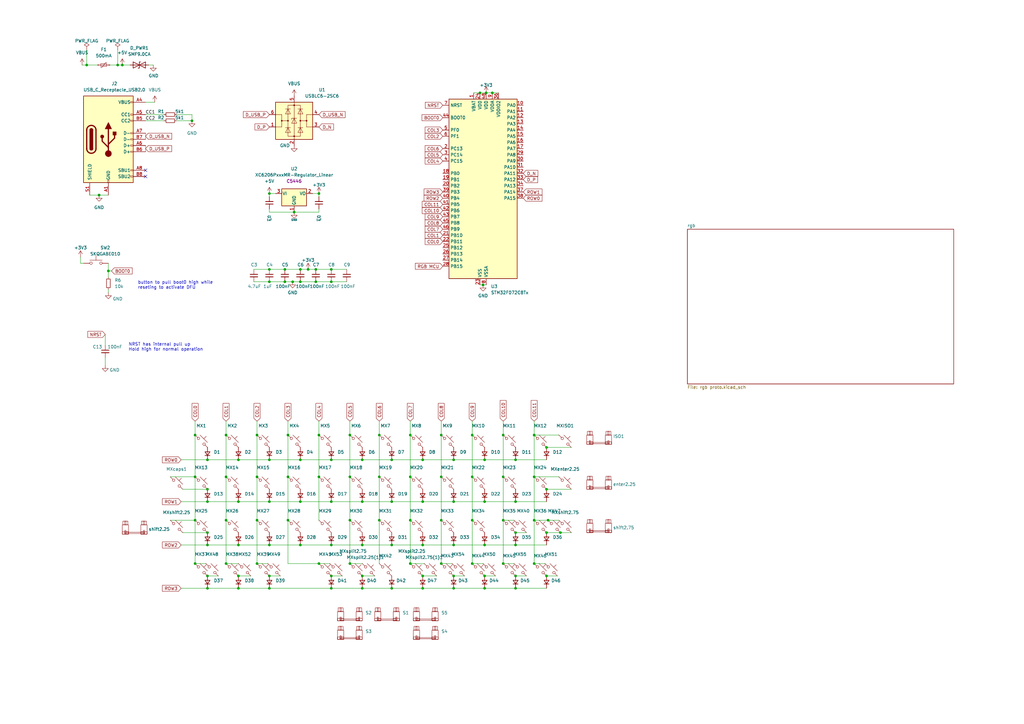
<source format=kicad_sch>
(kicad_sch (version 20230121) (generator eeschema)
  (paper "A3")
  (junction (at 148.59 223.52))
  (junction (at 92.71 213.36))
  (junction (at 193.675 178.435))
  (junction (at 206.375 213.36))
  (junction (at 211.455 188.595))
  (junction (at 186.055 205.74))
  (junction (at 105.41 213.36))
  (junction (at 92.71 231.14))
  (junction (at 123.19 205.74))
  (junction (at 135.89 236.22))
  (junction (at 219.075 195.58))
  (junction (at 123.19 188.595))
  (junction (at 160.655 241.3))
  (junction (at 160.655 205.74))
  (junction (at 211.455 241.3))
  (junction (at 105.41 231.14))
  (junction (at 196.85 38.1))
  (junction (at 224.155 183.515))
  (junction (at 148.59 205.74))
  (junction (at 224.155 218.44))
  (junction (at 224.155 236.22))
  (junction (at 92.71 195.58))
  (junction (at 92.71 178.435))
  (junction (at 211.455 218.44))
  (junction (at 135.89 223.52))
  (junction (at 85.09 200.66))
  (junction (at 135.89 110.49))
  (junction (at 198.755 205.74))
  (junction (at 135.89 205.74))
  (junction (at 135.89 115.57))
  (junction (at 118.11 213.36))
  (junction (at 50.165 26.67))
  (junction (at 143.51 195.58))
  (junction (at 129.54 115.57))
  (junction (at 85.09 218.44))
  (junction (at 110.49 188.595))
  (junction (at 198.12 116.84))
  (junction (at 198.755 241.3))
  (junction (at 110.49 241.3))
  (junction (at 135.89 241.3))
  (junction (at 123.19 223.52))
  (junction (at 186.055 241.3))
  (junction (at 173.355 241.3))
  (junction (at 85.09 236.22))
  (junction (at 206.375 195.58))
  (junction (at 129.54 110.49))
  (junction (at 148.59 236.22))
  (junction (at 40.64 80.01))
  (junction (at 206.375 178.435))
  (junction (at 80.01 231.14))
  (junction (at 198.755 188.595))
  (junction (at 180.975 195.58))
  (junction (at 180.975 178.435))
  (junction (at 44.45 111.125))
  (junction (at 193.675 195.58))
  (junction (at 80.01 195.58))
  (junction (at 110.49 223.52))
  (junction (at 186.055 236.22))
  (junction (at 130.81 195.58))
  (junction (at 130.81 178.435))
  (junction (at 219.075 178.435))
  (junction (at 105.41 195.58))
  (junction (at 116.84 110.49))
  (junction (at 120.65 86.995) (diameter 0.9144))
  (junction (at 143.51 213.36))
  (junction (at 148.59 241.3))
  (junction (at 143.51 178.435))
  (junction (at 168.275 231.14))
  (junction (at 130.81 231.14))
  (junction (at 97.79 205.74))
  (junction (at 173.355 223.52))
  (junction (at 123.19 110.49))
  (junction (at 85.09 188.595))
  (junction (at 155.575 213.36))
  (junction (at 173.355 205.74))
  (junction (at 229.87 218.44))
  (junction (at 193.675 231.14))
  (junction (at 199.39 38.1))
  (junction (at 110.49 110.49))
  (junction (at 219.075 213.36))
  (junction (at 120.015 115.57))
  (junction (at 168.275 195.58))
  (junction (at 211.455 205.74))
  (junction (at 110.49 236.22))
  (junction (at 135.89 188.595))
  (junction (at 105.41 178.435))
  (junction (at 130.81 79.375) (diameter 0.9144))
  (junction (at 97.79 236.22))
  (junction (at 160.655 223.52))
  (junction (at 143.51 231.14))
  (junction (at 198.755 223.52))
  (junction (at 85.09 223.52))
  (junction (at 173.355 236.22))
  (junction (at 116.84 115.57))
  (junction (at 201.93 38.1))
  (junction (at 110.49 79.375) (diameter 0.9144))
  (junction (at 148.59 188.595))
  (junction (at 118.11 178.435))
  (junction (at 97.79 223.52))
  (junction (at 211.455 236.22))
  (junction (at 118.11 195.58))
  (junction (at 180.975 231.14))
  (junction (at 110.49 205.74))
  (junction (at 85.09 241.3))
  (junction (at 168.275 178.435))
  (junction (at 97.79 188.595))
  (junction (at 126.365 110.49))
  (junction (at 110.49 115.57))
  (junction (at 224.155 200.66))
  (junction (at 35.56 26.67))
  (junction (at 211.455 223.52))
  (junction (at 173.355 188.595))
  (junction (at 155.575 195.58))
  (junction (at 186.055 188.595))
  (junction (at 186.055 223.52))
  (junction (at 180.975 213.36))
  (junction (at 219.075 231.14))
  (junction (at 78.74 49.53))
  (junction (at 206.375 231.14))
  (junction (at 85.09 205.74))
  (junction (at 224.79 213.36))
  (junction (at 97.79 241.3))
  (junction (at 80.01 178.435))
  (junction (at 198.755 236.22))
  (junction (at 168.275 213.36))
  (junction (at 193.675 213.36))
  (junction (at 80.01 213.36))
  (junction (at 123.19 115.57))
  (junction (at 160.655 188.595))
  (junction (at 155.575 178.435))
  (junction (at 48.26 26.67))
  (no_connect (at 59.69 72.39))
  (no_connect (at 59.69 69.85))
  (wire (pts (xy 186.055 241.3) (xy 198.755 241.3)))
  (wire (pts (xy 50.165 26.67) (xy 53.34 26.67)))
  (wire (pts (xy 123.19 223.52) (xy 135.89 223.52)))
  (wire (pts (xy 85.09 236.22) (xy 89.535 236.22)))
  (wire (pts (xy 211.455 218.44) (xy 215.9 218.44)))
  (wire (pts (xy 116.84 115.57) (xy 120.015 115.57)))
  (wire (pts (xy 186.055 188.595) (xy 198.755 188.595)))
  (wire (pts (xy 129.54 110.49) (xy 135.89 110.49)))
  (wire (pts (xy 45.085 26.67) (xy 48.26 26.67)))
  (wire (pts (xy 148.59 205.74) (xy 160.655 205.74)))
  (wire (pts (xy 168.275 195.58) (xy 168.275 213.36)))
  (wire (pts (xy 118.11 172.72) (xy 118.11 178.435)))
  (wire (pts (xy 105.41 195.58) (xy 105.41 213.36)))
  (wire (pts (xy 135.89 188.595) (xy 148.59 188.595)))
  (wire (pts (xy 186.055 223.52) (xy 198.755 223.52)))
  (wire (pts (xy 126.365 110.49) (xy 129.54 110.49)))
  (wire (pts (xy 211.455 188.595) (xy 224.155 188.595)))
  (wire (pts (xy 48.26 26.67) (xy 50.165 26.67)))
  (wire (pts (xy 80.01 213.36) (xy 80.01 231.14)))
  (wire (pts (xy 120.015 115.57) (xy 123.19 115.57)))
  (wire (pts (xy 80.01 178.435) (xy 80.01 195.58)))
  (wire (pts (xy 110.49 110.49) (xy 116.84 110.49)))
  (wire (pts (xy 74.93 218.44) (xy 85.09 218.44)))
  (wire (pts (xy 168.275 213.36) (xy 168.275 231.14)))
  (wire (pts (xy 97.79 223.52) (xy 110.49 223.52)))
  (wire (pts (xy 173.355 188.595) (xy 186.055 188.595)))
  (wire (pts (xy 148.59 241.3) (xy 160.655 241.3)))
  (wire (pts (xy 160.655 223.52) (xy 173.355 223.52)))
  (wire (pts (xy 80.01 231.14) (xy 84.455 231.14)))
  (wire (pts (xy 74.295 223.52) (xy 85.09 223.52)))
  (wire (pts (xy 180.975 231.14) (xy 185.42 231.14)))
  (wire (pts (xy 130.81 85.725) (xy 130.81 86.995)))
  (wire (pts (xy 44.45 118.745) (xy 44.45 120.015)))
  (wire (pts (xy 129.54 115.57) (xy 135.89 115.57)))
  (wire (pts (xy 224.155 200.66) (xy 234.315 200.66)))
  (wire (pts (xy 74.295 205.74) (xy 85.09 205.74)))
  (wire (pts (xy 130.81 178.435) (xy 130.81 195.58)))
  (wire (pts (xy 110.49 188.595) (xy 123.19 188.595)))
  (wire (pts (xy 173.355 236.22) (xy 179.07 236.22)))
  (wire (pts (xy 110.49 85.725) (xy 110.49 86.995)))
  (wire (pts (xy 219.075 172.72) (xy 219.075 178.435)))
  (wire (pts (xy 198.755 188.595) (xy 211.455 188.595)))
  (wire (pts (xy 143.51 231.14) (xy 148.59 231.14)))
  (wire (pts (xy 224.155 218.44) (xy 229.87 218.44)))
  (wire (pts (xy 229.87 218.44) (xy 234.315 218.44)))
  (wire (pts (xy 44.45 111.125) (xy 44.45 113.665)))
  (wire (pts (xy 148.59 188.595) (xy 160.655 188.595)))
  (wire (pts (xy 155.575 213.36) (xy 155.575 231.14)))
  (wire (pts (xy 92.71 195.58) (xy 92.71 213.36)))
  (wire (pts (xy 116.84 110.49) (xy 123.19 110.49)))
  (wire (pts (xy 34.29 107.95) (xy 33.02 107.95)))
  (wire (pts (xy 44.45 111.125) (xy 45.72 111.125)))
  (wire (pts (xy 193.675 195.58) (xy 193.675 213.36)))
  (wire (pts (xy 85.09 205.74) (xy 97.79 205.74)))
  (wire (pts (xy 194.31 38.1) (xy 196.85 38.1)))
  (wire (pts (xy 193.675 231.14) (xy 198.12 231.14)))
  (wire (pts (xy 193.675 178.435) (xy 193.675 195.58)))
  (wire (pts (xy 59.69 41.91) (xy 63.5 41.91)))
  (wire (pts (xy 118.11 178.435) (xy 118.11 195.58)))
  (wire (pts (xy 173.355 241.3) (xy 186.055 241.3)))
  (wire (pts (xy 143.51 195.58) (xy 143.51 213.36)))
  (wire (pts (xy 148.59 223.52) (xy 160.655 223.52)))
  (wire (pts (xy 36.83 80.01) (xy 40.64 80.01)))
  (wire (pts (xy 97.79 241.3) (xy 110.49 241.3)))
  (wire (pts (xy 104.14 110.49) (xy 110.49 110.49)))
  (wire (pts (xy 193.675 172.72) (xy 193.675 178.435)))
  (wire (pts (xy 69.85 195.58) (xy 80.01 195.58)))
  (wire (pts (xy 199.39 38.1) (xy 201.93 38.1)))
  (wire (pts (xy 118.11 231.14) (xy 130.81 231.14)))
  (wire (pts (xy 110.49 79.375) (xy 110.49 80.645)))
  (wire (pts (xy 110.49 115.57) (xy 116.84 115.57)))
  (wire (pts (xy 130.81 195.58) (xy 130.81 213.36)))
  (wire (pts (xy 120.65 86.995) (xy 130.81 86.995)))
  (wire (pts (xy 211.455 241.3) (xy 224.155 241.3)))
  (wire (pts (xy 74.295 188.595) (xy 85.09 188.595)))
  (wire (pts (xy 196.85 116.84) (xy 198.12 116.84)))
  (wire (pts (xy 92.71 178.435) (xy 92.71 195.58)))
  (wire (pts (xy 135.89 110.49) (xy 142.24 110.49)))
  (wire (pts (xy 110.49 223.52) (xy 123.19 223.52)))
  (wire (pts (xy 196.85 38.1) (xy 199.39 38.1)))
  (wire (pts (xy 206.375 213.36) (xy 206.375 231.14)))
  (wire (pts (xy 35.56 26.67) (xy 40.005 26.67)))
  (wire (pts (xy 35.56 20.32) (xy 35.56 26.67)))
  (wire (pts (xy 186.055 236.22) (xy 190.5 236.22)))
  (wire (pts (xy 155.575 172.72) (xy 155.575 178.435)))
  (wire (pts (xy 43.18 137.16) (xy 43.18 141.605)))
  (wire (pts (xy 219.075 178.435) (xy 219.075 195.58)))
  (wire (pts (xy 33.02 107.95) (xy 33.02 105.41)))
  (wire (pts (xy 59.69 54.61) (xy 59.69 57.15)))
  (wire (pts (xy 180.975 172.72) (xy 180.975 178.435)))
  (wire (pts (xy 224.155 183.515) (xy 234.315 183.515)))
  (wire (pts (xy 173.355 205.74) (xy 186.055 205.74)))
  (wire (pts (xy 219.075 213.36) (xy 224.79 213.36)))
  (wire (pts (xy 59.69 49.53) (xy 67.31 49.53)))
  (wire (pts (xy 85.09 241.3) (xy 97.79 241.3)))
  (wire (pts (xy 198.755 236.22) (xy 203.2 236.22)))
  (wire (pts (xy 92.71 231.14) (xy 97.79 231.14)))
  (wire (pts (xy 206.375 178.435) (xy 206.375 195.58)))
  (wire (pts (xy 123.19 205.74) (xy 135.89 205.74)))
  (wire (pts (xy 60.96 26.67) (xy 62.865 26.67)))
  (wire (pts (xy 48.26 20.32) (xy 48.26 26.67)))
  (wire (pts (xy 211.455 205.74) (xy 224.155 205.74)))
  (wire (pts (xy 74.93 200.66) (xy 85.09 200.66)))
  (wire (pts (xy 85.09 223.52) (xy 97.79 223.52)))
  (wire (pts (xy 155.575 195.58) (xy 155.575 213.36)))
  (wire (pts (xy 72.39 46.99) (xy 78.74 46.99)))
  (wire (pts (xy 43.18 149.86) (xy 43.18 146.685)))
  (wire (pts (xy 201.93 38.1) (xy 204.47 38.1)))
  (wire (pts (xy 74.295 241.3) (xy 85.09 241.3)))
  (wire (pts (xy 198.755 223.52) (xy 211.455 223.52)))
  (wire (pts (xy 123.19 115.57) (xy 129.54 115.57)))
  (wire (pts (xy 155.575 178.435) (xy 155.575 195.58)))
  (wire (pts (xy 219.075 178.435) (xy 229.235 178.435)))
  (wire (pts (xy 44.45 107.95) (xy 44.45 111.125)))
  (wire (pts (xy 180.975 195.58) (xy 180.975 213.36)))
  (wire (pts (xy 173.355 223.52) (xy 186.055 223.52)))
  (wire (pts (xy 224.79 213.36) (xy 229.235 213.36)))
  (wire (pts (xy 97.79 236.22) (xy 102.87 236.22)))
  (wire (pts (xy 110.49 79.375) (xy 113.03 79.375)))
  (wire (pts (xy 110.49 236.22) (xy 114.935 236.22)))
  (wire (pts (xy 105.41 231.14) (xy 109.855 231.14)))
  (wire (pts (xy 78.74 46.99) (xy 78.74 49.53)))
  (wire (pts (xy 186.055 205.74) (xy 198.755 205.74)))
  (wire (pts (xy 135.89 236.22) (xy 140.335 236.22)))
  (wire (pts (xy 85.09 188.595) (xy 97.79 188.595)))
  (wire (pts (xy 104.14 115.57) (xy 110.49 115.57)))
  (wire (pts (xy 148.59 236.22) (xy 153.67 236.22)))
  (wire (pts (xy 59.69 59.69) (xy 59.69 62.23)))
  (wire (pts (xy 211.455 223.52) (xy 224.155 223.52)))
  (wire (pts (xy 80.01 172.72) (xy 80.01 178.435)))
  (wire (pts (xy 224.155 236.22) (xy 228.6 236.22)))
  (wire (pts (xy 219.075 213.36) (xy 219.075 231.14)))
  (wire (pts (xy 219.075 195.58) (xy 219.075 213.36)))
  (wire (pts (xy 206.375 172.72) (xy 206.375 178.435)))
  (wire (pts (xy 92.71 172.72) (xy 92.71 178.435)))
  (wire (pts (xy 143.51 178.435) (xy 143.51 195.58)))
  (wire (pts (xy 118.11 213.36) (xy 118.11 231.14)))
  (wire (pts (xy 206.375 195.58) (xy 206.375 213.36)))
  (wire (pts (xy 123.19 188.595) (xy 135.89 188.595)))
  (wire (pts (xy 135.89 241.3) (xy 148.59 241.3)))
  (wire (pts (xy 168.275 178.435) (xy 168.275 195.58)))
  (wire (pts (xy 168.275 231.14) (xy 173.99 231.14)))
  (wire (pts (xy 118.11 195.58) (xy 118.11 213.36)))
  (wire (pts (xy 97.79 188.595) (xy 110.49 188.595)))
  (wire (pts (xy 211.455 236.22) (xy 215.9 236.22)))
  (wire (pts (xy 120.65 86.995) (xy 110.49 86.995)))
  (wire (pts (xy 130.81 231.14) (xy 135.255 231.14)))
  (wire (pts (xy 33.655 26.67) (xy 35.56 26.67)))
  (wire (pts (xy 168.275 172.72) (xy 168.275 178.435)))
  (wire (pts (xy 180.975 213.36) (xy 180.975 231.14)))
  (wire (pts (xy 143.51 172.72) (xy 143.51 178.435)))
  (wire (pts (xy 123.19 110.49) (xy 126.365 110.49)))
  (wire (pts (xy 59.69 46.99) (xy 67.31 46.99)))
  (wire (pts (xy 130.81 172.72) (xy 130.81 178.435)))
  (wire (pts (xy 160.655 205.74) (xy 173.355 205.74)))
  (wire (pts (xy 143.51 213.36) (xy 143.51 231.14)))
  (wire (pts (xy 110.49 241.3) (xy 135.89 241.3)))
  (wire (pts (xy 198.12 116.84) (xy 199.39 116.84)))
  (wire (pts (xy 219.075 195.58) (xy 229.235 195.58)))
  (wire (pts (xy 198.755 205.74) (xy 211.455 205.74)))
  (wire (pts (xy 72.39 49.53) (xy 78.74 49.53)))
  (wire (pts (xy 135.89 223.52) (xy 148.59 223.52)))
  (wire (pts (xy 92.71 213.36) (xy 92.71 231.14)))
  (wire (pts (xy 135.89 115.57) (xy 142.24 115.57)))
  (wire (pts (xy 105.41 178.435) (xy 105.41 195.58)))
  (wire (pts (xy 219.075 231.14) (xy 223.52 231.14)))
  (wire (pts (xy 105.41 213.36) (xy 105.41 231.14)))
  (wire (pts (xy 69.85 213.36) (xy 80.01 213.36)))
  (wire (pts (xy 180.975 178.435) (xy 180.975 195.58)))
  (wire (pts (xy 110.49 205.74) (xy 123.19 205.74)))
  (wire (pts (xy 80.01 195.58) (xy 80.01 213.36)))
  (wire (pts (xy 40.64 80.01) (xy 44.45 80.01)))
  (wire (pts (xy 135.89 205.74) (xy 148.59 205.74)))
  (wire (pts (xy 198.755 241.3) (xy 211.455 241.3)))
  (wire (pts (xy 193.675 213.36) (xy 193.675 231.14)))
  (wire (pts (xy 160.655 241.3) (xy 173.355 241.3)))
  (wire (pts (xy 130.81 79.375) (xy 130.81 80.645)))
  (wire (pts (xy 97.79 205.74) (xy 110.49 205.74)))
  (wire (pts (xy 105.41 172.72) (xy 105.41 178.435)))
  (wire (pts (xy 206.375 231.14) (xy 210.82 231.14)))
  (wire (pts (xy 128.27 79.375) (xy 130.81 79.375)))
  (wire (pts (xy 160.655 188.595) (xy 173.355 188.595)))
  (wire (pts (xy 206.375 213.36) (xy 210.82 213.36)))
  (text "NRST has internal pull up\nHold high for normal operation" (at 52.705 144.145 0) (effects (font (size 1.27 1.27)) (justify left bottom)))
  (text "button to pull boot0 high while \nreseting to activate DFU" (at 56.515 118.745 0) (effects (font (size 1.27 1.27)) (justify left bottom)))
  (label "CC2" (at 59.69 49.53 0))
  (label "CC1" (at 59.69 46.99 0))
  (global_label "BOOT0" (shape input) (at 45.72 111.125 0) (property "Intersheetrefs" "${INTERSHEET_REFS}" (effects hide)))
  (global_label "COL5" (shape input) (at 143.51 172.72 90) (property "Intersheetrefs" "${INTERSHEET_REFS}" (effects hide)))
  (global_label "COL2" (shape input) (at 105.41 172.72 90) (property "Intersheetrefs" "${INTERSHEET_REFS}" (effects hide)))
  (global_label "NRST" (shape input) (at 43.18 137.16 180) (property "Intersheetrefs" "${INTERSHEET_REFS}" (effects hide)))
  (global_label "ROW2" (shape input) (at 74.295 223.52 180) (property "Intersheetrefs" "${INTERSHEET_REFS}" (effects hide)))
  (global_label "COL7" (shape input) (at 168.275 172.72 90) (property "Intersheetrefs" "${INTERSHEET_REFS}" (effects hide)))
  (global_label "D_USB_P" (shape input) (at 59.69 60.96 0) (property "Intersheetrefs" "${INTERSHEET_REFS}" (effects hide)))
  (global_label "COL6" (shape input) (at 181.61 60.96 180) (property "Intersheetrefs" "${INTERSHEET_REFS}" (effects hide)))
  (global_label "ROW3" (shape input) (at 181.61 78.74 180) (property "Intersheetrefs" "${INTERSHEET_REFS}" (effects hide)))
  (global_label "ROW0" (shape input) (at 214.63 81.28 0) (property "Intersheetrefs" "${INTERSHEET_REFS}" (effects hide)))
  (global_label "COL2" (shape input) (at 181.61 55.88 180) (property "Intersheetrefs" "${INTERSHEET_REFS}" (effects hide)))
  (global_label "COL4" (shape input) (at 130.81 172.72 90) (property "Intersheetrefs" "${INTERSHEET_REFS}" (effects hide)))
  (global_label "D_USB_P" (shape input) (at 110.49 46.99 180) (property "Intersheetrefs" "${INTERSHEET_REFS}" (effects hide)))
  (global_label "COL7" (shape input) (at 181.61 93.98 180) (property "Intersheetrefs" "${INTERSHEET_REFS}" (effects hide)))
  (global_label "COL3" (shape input) (at 118.11 172.72 90) (property "Intersheetrefs" "${INTERSHEET_REFS}" (effects hide)))
  (global_label "COL11" (shape input) (at 219.075 172.72 90) (property "Intersheetrefs" "${INTERSHEET_REFS}" (effects hide)))
  (global_label "COL1" (shape input) (at 92.71 172.72 90) (property "Intersheetrefs" "${INTERSHEET_REFS}" (effects hide)))
  (global_label "COL0" (shape input) (at 181.61 99.06 180) (property "Intersheetrefs" "${INTERSHEET_REFS}" (effects hide)))
  (global_label "COL8" (shape input) (at 181.61 91.44 180) (property "Intersheetrefs" "${INTERSHEET_REFS}" (effects hide)))
  (global_label "D_N" (shape input) (at 214.63 71.12 0) (property "Intersheetrefs" "${INTERSHEET_REFS}" (effects hide)))
  (global_label "ROW1" (shape input) (at 74.295 205.74 180) (property "Intersheetrefs" "${INTERSHEET_REFS}" (effects hide)))
  (global_label "D_N" (shape input) (at 130.81 52.07 0) (property "Intersheetrefs" "${INTERSHEET_REFS}" (effects hide)))
  (global_label "BOOT0" (shape input) (at 181.61 48.26 180) (property "Intersheetrefs" "${INTERSHEET_REFS}" (effects hide)))
  (global_label "ROW1" (shape input) (at 214.63 78.74 0) (property "Intersheetrefs" "${INTERSHEET_REFS}" (effects hide)))
  (global_label "NRST" (shape input) (at 181.61 43.18 180) (property "Intersheetrefs" "${INTERSHEET_REFS}" (effects hide)))
  (global_label "RGB MCU" (shape input) (at 181.61 109.22 180) (property "Intersheetrefs" "${INTERSHEET_REFS}" (effects hide)))
  (global_label "COL11" (shape input) (at 181.61 83.82 180) (property "Intersheetrefs" "${INTERSHEET_REFS}" (effects hide)))
  (global_label "ROW3" (shape input) (at 74.295 241.3 180) (property "Intersheetrefs" "${INTERSHEET_REFS}" (effects hide)))
  (global_label "D_P" (shape input) (at 110.49 52.07 180) (property "Intersheetrefs" "${INTERSHEET_REFS}" (effects hide)))
  (global_label "D_USB_N" (shape input) (at 59.69 55.88 0) (property "Intersheetrefs" "${INTERSHEET_REFS}" (effects hide)))
  (global_label "COL0" (shape input) (at 80.01 172.72 90) (property "Intersheetrefs" "${INTERSHEET_REFS}" (effects hide)))
  (global_label "ROW0" (shape input) (at 74.295 188.595 180) (property "Intersheetrefs" "${INTERSHEET_REFS}" (effects hide)))
  (global_label "D_USB_N" (shape input) (at 130.81 46.99 0) (property "Intersheetrefs" "${INTERSHEET_REFS}" (effects hide)))
  (global_label "COL9" (shape input) (at 181.61 88.9 180) (property "Intersheetrefs" "${INTERSHEET_REFS}" (effects hide)))
  (global_label "COL3" (shape input) (at 181.61 53.34 180) (property "Intersheetrefs" "${INTERSHEET_REFS}" (effects hide)))
  (global_label "COL1" (shape input) (at 181.61 96.52 180) (property "Intersheetrefs" "${INTERSHEET_REFS}" (effects hide)))
  (global_label "COL6" (shape input) (at 155.575 172.72 90) (property "Intersheetrefs" "${INTERSHEET_REFS}" (effects hide)))
  (global_label "COL8" (shape input) (at 180.975 172.72 90) (property "Intersheetrefs" "${INTERSHEET_REFS}" (effects hide)))
  (global_label "COL10" (shape input) (at 181.61 86.36 180) (property "Intersheetrefs" "${INTERSHEET_REFS}" (effects hide)))
  (global_label "COL5" (shape input) (at 181.61 63.5 180) (property "Intersheetrefs" "${INTERSHEET_REFS}" (effects hide)))
  (global_label "COL9" (shape input) (at 193.675 172.72 90) (property "Intersheetrefs" "${INTERSHEET_REFS}" (effects hide)))
  (global_label "COL4" (shape input) (at 181.61 66.04 180) (property "Intersheetrefs" "${INTERSHEET_REFS}" (effects hide)))
  (global_label "ROW2" (shape input) (at 181.61 81.28 180) (property "Intersheetrefs" "${INTERSHEET_REFS}" (effects hide)))
  (global_label "D_P" (shape input) (at 214.63 73.66 0) (property "Intersheetrefs" "${INTERSHEET_REFS}" (effects hide)))
  (global_label "COL10" (shape input) (at 206.375 172.72 90) (property "Intersheetrefs" "${INTERSHEET_REFS}" (effects hide)))
  (symbol (lib_id "PCM_marbastlib-mx:MX_SW_HS") (at 231.775 180.975 0) (unit 1)
    (property "Reference" "MXISO1" (at 231.775 174.625 0))
    (property "Value" "MX_SW_HS" (effects hide))
    (property "Footprint" "PCM_marbastlib-mx:SW_MX_1u" (effects hide))
  )
  (symbol (lib_id "PCM_marbastlib-mx:MX_SW_HS") (at 183.515 215.9 0) (unit 1)
    (property "Reference" "MX33" (at 183.515 209.55 0))
    (property "Value" "MX_SW_HS" (effects hide))
    (property "Footprint" "PCM_marbastlib-mx:SW_MX_1u" (effects hide))
  )
  (symbol (lib_id "Device:D_Small") (at 186.055 238.76 90) (unit 1)
    (property "Reference" "D43" (at 187.96 238.125 90) (effects (justify right)))
    (property "Value" "D_Small" (effects hide))
    (property "Footprint" "Diode_SMD:D_SOD-123F" (effects hide))
    (property "Sim.Device" "D" (effects hide))
    (property "Sim.Pins" "1=K 2=A" (effects hide))
  )
  (symbol (lib_id "PCM_marbastlib-mx:MX_SW_HS") (at 226.06 233.68 0) (unit 1)
    (property "Reference" "MX51" (at 226.06 227.33 0))
    (property "Value" "MX_SW_HS" (effects hide))
    (property "Footprint" "PCM_marbastlib-mx:SW_MX_1.5u" (effects hide))
  )
  (symbol (lib_id "Device:C_Small") (at 129.54 113.03 0) (unit 1)
    (property "Reference" "C7" (at 128.27 108.585 0) (effects (justify left)))
    (property "Value" "100nF" (at 127 117.475 0) (effects (justify left)))
    (property "Footprint" "Capacitor_SMD:C_0603_1608Metric" (effects hide))
  )
  (symbol (lib_id "PCM_marbastlib-mx:MX_SW_HS") (at 137.795 233.68 0) (unit 1)
    (property "Reference" "MX53" (at 137.795 227.33 0))
    (property "Value" "MX_SW_HS" (effects hide))
    (property "Footprint" "PCM_marbastlib-mx:SW_MX_1.5u" (effects hide))
  )
  (symbol (lib_id "Device:C_Small") (at 43.18 144.145 0) (mirror y) (unit 1)
    (property "Reference" "C13" (at 41.91 142.24 0) (effects (justify left)))
    (property "Value" "100nF" (at 50.165 142.24 0) (effects (justify left)))
    (property "Footprint" "Capacitor_SMD:C_0603_1608Metric" (effects hide))
    (property "LCSC" "C307331" (effects hide))
  )
  (symbol (lib_id "PCM_marbastlib-mx:MX_SW_HS") (at 196.215 198.12 0) (unit 1)
    (property "Reference" "MX22" (at 196.215 191.77 0))
    (property "Value" "MX_SW_HS" (effects hide))
    (property "Footprint" "PCM_marbastlib-mx:SW_MX_1u" (effects hide))
  )
  (symbol (lib_id "PCM_marbastlib-mx:MX_SW_HS") (at 208.915 198.12 0) (unit 1)
    (property "Reference" "MX23" (at 208.915 191.77 0))
    (property "Value" "MX_SW_HS" (effects hide))
    (property "Footprint" "PCM_marbastlib-mx:SW_MX_1u" (effects hide))
  )
  (symbol (lib_id "Switch:SW_Push") (at 39.37 107.95 0) (unit 1)
    (property "Reference" "SW2" (at 43.18 101.6 0))
    (property "Value" "SKQGABE010" (at 43.18 104.14 0))
    (property "Footprint" "Button_Switch_SMD:SW_SPST_SKQG_WithoutStem" (effects hide))
    (property "LCSC" "C115351" (effects hide))
  )
  (symbol (lib_id "Device:D_Small") (at 85.09 186.055 90) (unit 1)
    (property "Reference" "D1" (at 87.63 185.42 90) (effects (justify right)))
    (property "Value" "D_Small" (effects hide))
    (property "Footprint" "Diode_SMD:D_SOD-123F" (effects hide))
    (property "Sim.Device" "D" (effects hide))
    (property "Sim.Pins" "1=K 2=A" (effects hide))
  )
  (symbol (lib_id "PCM_marbastlib-mx:MX_SW_HS") (at 82.55 233.68 0) (unit 1)
    (property "Reference" "MX37" (at 82.55 227.33 0))
    (property "Value" "MX_SW_HS" (effects hide))
    (property "Footprint" "PCM_marbastlib-mx:SW_MX_1u" (effects hide))
  )
  (symbol (lib_id "PCM_marbastlib-mx:MX_SW_HS") (at 208.915 180.975 0) (unit 1)
    (property "Reference" "MX11" (at 208.915 174.625 0))
    (property "Value" "MX_SW_HS" (effects hide))
    (property "Footprint" "PCM_marbastlib-mx:SW_MX_1u" (effects hide))
  )
  (symbol (lib_id "Device:D_Small") (at 148.59 203.2 90) (unit 1)
    (property "Reference" "D18" (at 151.13 202.565 90) (effects (justify right)))
    (property "Value" "D_Small" (effects hide))
    (property "Footprint" "Diode_SMD:D_SOD-123F" (effects hide))
    (property "Sim.Device" "D" (effects hide))
    (property "Sim.Pins" "1=K 2=A" (effects hide))
  )
  (symbol (lib_id "Device:D_Small") (at 198.755 238.76 90) (unit 1)
    (property "Reference" "D44" (at 200.66 238.125 90) (effects (justify right)))
    (property "Value" "D_Small" (effects hide))
    (property "Footprint" "Diode_SMD:D_SOD-123F" (effects hide))
    (property "Sim.Device" "D" (effects hide))
    (property "Sim.Pins" "1=K 2=A" (effects hide))
  )
  (symbol (lib_id "Device:C_Small") (at 130.81 83.185 180) (unit 1)
    (property "Reference" "C2" (at 130.81 88.9 0) (effects (font (size 0.762 0.762))))
    (property "Value" "1uF" (at 130.81 90.17 0) (effects (font (size 0.762 0.762))))
    (property "Footprint" "Capacitor_SMD:C_0603_1608Metric" (effects hide))
    (property "LCSC" "C52923" (effects hide))
  )
  (symbol (lib_id "PCM_marbastlib-mx:MX_SW_HS") (at 107.95 215.9 0) (unit 1)
    (property "Reference" "MX27" (at 107.95 209.55 0))
    (property "Value" "MX_SW_HS" (effects hide))
    (property "Footprint" "PCM_marbastlib-mx:SW_MX_1u" (effects hide))
  )
  (symbol (lib_id "PCM_marbastlib-mx:MX_SW_HS") (at 133.35 180.975 0) (unit 1)
    (property "Reference" "MX5" (at 133.35 174.625 0))
    (property "Value" "MX_SW_HS" (effects hide))
    (property "Footprint" "PCM_marbastlib-mx:SW_MX_1u" (effects hide))
  )
  (symbol (lib_id "MCU_ST_STM32F0:STM32F072C8Tx") (at 196.85 78.74 0) (unit 1)
    (property "Reference" "U3" (at 201.3459 117.475 0) (effects (justify left)))
    (property "Value" "STM32F072C8Tx" (at 201.3459 120.015 0) (effects (justify left)))
    (property "Footprint" "Package_QFP:LQFP-48_7x7mm_P0.5mm" (effects hide))
    (property "Datasheet" "https://www.st.com/resource/en/datasheet/stm32f072c8.pdf" (effects hide))
  )
  (symbol (lib_id "Device:D_Small") (at 85.09 220.98 90) (unit 1)
    (property "Reference" "D25" (at 87.63 220.345 90) (effects (justify right)))
    (property "Value" "D_Small" (effects hide))
    (property "Footprint" "Diode_SMD:D_SOD-123F" (effects hide))
    (property "Sim.Device" "D" (effects hide))
    (property "Sim.Pins" "1=K 2=A" (effects hide))
  )
  (symbol (lib_id "Device:D_Small") (at 135.89 220.98 90) (unit 1)
    (property "Reference" "D29" (at 138.43 220.345 90) (effects (justify right)))
    (property "Value" "D_Small" (effects hide))
    (property "Footprint" "Diode_SMD:D_SOD-123F" (effects hide))
    (property "Sim.Device" "D" (effects hide))
    (property "Sim.Pins" "1=K 2=A" (effects hide))
  )
  (symbol (lib_id "Device:D_Small") (at 224.155 238.76 90) (unit 1)
    (property "Reference" "D46" (at 226.06 238.125 90) (effects (justify right)))
    (property "Value" "D_Small" (effects hide))
    (property "Footprint" "Diode_SMD:D_SOD-123F" (effects hide))
    (property "Sim.Device" "D" (effects hide))
    (property "Sim.Pins" "1=K 2=A" (effects hide))
  )
  (symbol (lib_id "power:+3V3") (at 199.39 38.1 0) (unit 1)
    (property "Reference" "#PWR011" (effects hide))
    (property "Value" "+3V3" (at 199.39 34.925 0))
  )
  (symbol (lib_id "PCM_marbastlib-mx:MX_SW_HS") (at 227.33 215.9 0) (unit 1)
    (property "Reference" "MX47" (at 227.33 209.55 0))
    (property "Value" "MX_SW_HS" (effects hide))
    (property "Footprint" "PCM_marbastlib-mx:SW_MX_1u" (effects hide))
  )
  (symbol (lib_id "Device:D_Small") (at 211.455 238.76 90) (unit 1)
    (property "Reference" "D45" (at 213.36 238.125 90) (effects (justify right)))
    (property "Value" "D_Small" (effects hide))
    (property "Footprint" "Diode_SMD:D_SOD-123F" (effects hide))
    (property "Sim.Device" "D" (effects hide))
    (property "Sim.Pins" "1=K 2=A" (effects hide))
  )
  (symbol (lib_id "PCM_marbastlib-mx:MX_SW_HS") (at 133.35 198.12 0) (unit 1)
    (property "Reference" "MX17" (at 133.35 191.77 0))
    (property "Value" "MX_SW_HS" (effects hide))
    (property "Footprint" "PCM_marbastlib-mx:SW_MX_1u" (effects hide))
  )
  (symbol (lib_id "Device:R_Small") (at 69.85 46.99 90) (unit 1)
    (property "Reference" "R1" (at 66.04 45.72 90))
    (property "Value" "5k1" (at 73.66 45.72 90))
    (property "Footprint" "Resistor_SMD:R_0603_1608Metric" (effects hide))
    (property "LCSC" "C25905" (effects hide))
  )
  (symbol (lib_id "power:PWR_FLAG") (at 35.56 20.32 0) (unit 1)
    (property "Reference" "#FLG01" (effects hide))
    (property "Value" "PWR_FLAG" (at 35.56 16.7442 0))
  )
  (symbol (lib_id "Device:C_Small") (at 110.49 83.185 180) (unit 1)
    (property "Reference" "C1" (at 110.49 88.9 0) (effects (font (size 0.762 0.762))))
    (property "Value" "1uF" (at 110.49 90.17 0) (effects (font (size 0.762 0.762))))
    (property "Footprint" "Capacitor_SMD:C_0603_1608Metric" (effects hide))
    (property "LCSC" "C52923" (effects hide))
  )
  (symbol (lib_name "GND_1") (lib_id "power:GND") (at 120.015 115.57 0) (unit 1)
    (property "Reference" "#PWR07" (effects hide))
    (property "Value" "GND" (at 120.015 120.015 0))
  )
  (symbol (lib_id "PCM_marbastlib-mx:MX_stab") (at 143.51 252.095 0) (unit 1)
    (property "Reference" "S2" (at 149.86 251.333 0) (effects (justify left)))
    (property "Value" "MX_stab" (effects hide))
    (property "Footprint" "PCM_marbastlib-mx:STAB_MX_P_2.25u" (effects hide))
  )
  (symbol (lib_name "GND_4") (lib_id "power:GND") (at 40.64 80.01 0) (unit 1)
    (property "Reference" "#PWR013" (effects hide))
    (property "Value" "GND" (at 40.64 85.09 0))
  )
  (symbol (lib_id "PCM_marbastlib-mx:MX_SW_HS") (at 107.95 233.68 0) (unit 1)
    (property "Reference" "MX39" (at 107.95 227.33 0))
    (property "Value" "MX_SW_HS" (effects hide))
    (property "Footprint" "PCM_marbastlib-mx:SW_MX_1u" (effects hide))
  )
  (symbol (lib_id "Device:D_Small") (at 97.79 238.76 90) (unit 1)
    (property "Reference" "D38" (at 100.33 238.125 90) (effects (justify right)))
    (property "Value" "D_Small" (effects hide))
    (property "Footprint" "Diode_SMD:D_SOD-123F" (effects hide))
    (property "Sim.Device" "D" (effects hide))
    (property "Sim.Pins" "1=K 2=A" (effects hide))
  )
  (symbol (lib_id "power:VBUS") (at 120.65 39.37 0) (unit 1)
    (property "Reference" "#PWR01" (effects hide))
    (property "Value" "VBUS" (at 120.65 34.29 0))
  )
  (symbol (lib_id "Device:D_Small") (at 148.59 186.055 90) (unit 1)
    (property "Reference" "D6" (at 151.13 185.42 90) (effects (justify right)))
    (property "Value" "D_Small" (effects hide))
    (property "Footprint" "Diode_SMD:D_SOD-123F" (effects hide))
    (property "Sim.Device" "D" (effects hide))
    (property "Sim.Pins" "1=K 2=A" (effects hide))
  )
  (symbol (lib_id "Device:D_Small") (at 160.655 186.055 90) (unit 1)
    (property "Reference" "D7" (at 163.195 185.42 90) (effects (justify right)))
    (property "Value" "D_Small" (effects hide))
    (property "Footprint" "Diode_SMD:D_SOD-123F" (effects hide))
    (property "Sim.Device" "D" (effects hide))
    (property "Sim.Pins" "1=K 2=A" (effects hide))
  )
  (symbol (lib_id "power:VBUS") (at 33.655 26.67 0) (unit 1)
    (property "Reference" "#PWR08" (effects hide))
    (property "Value" "VBUS" (at 33.655 21.59 0))
  )
  (symbol (lib_id "Device:D_Small") (at 173.355 203.2 90) (unit 1)
    (property "Reference" "D20" (at 175.895 202.565 90) (effects (justify right)))
    (property "Value" "D_Small" (effects hide))
    (property "Footprint" "Diode_SMD:D_SOD-123F" (effects hide))
    (property "Sim.Device" "D" (effects hide))
    (property "Sim.Pins" "1=K 2=A" (effects hide))
  )
  (symbol (lib_id "power:+3.3V") (at 130.81 79.375 0) (unit 1)
    (property "Reference" "#PWR04" (effects hide))
    (property "Value" "+3.3V" (at 130.81 75.8276 0))
  )
  (symbol (lib_id "Device:D_TVS") (at 57.15 26.67 0) (unit 1)
    (property "Reference" "D_PWR1" (at 57.15 19.685 0))
    (property "Value" "SMF9.0CA" (at 57.15 22.225 0))
    (property "Footprint" "Diode_SMD:D_SOD-123" (effects hide))
  )
  (symbol (lib_id "Device:D_Small") (at 211.455 203.2 90) (unit 1)
    (property "Reference" "D23" (at 213.995 202.565 90) (effects (justify right)))
    (property "Value" "D_Small" (effects hide))
    (property "Footprint" "Diode_SMD:D_SOD-123F" (effects hide))
    (property "Sim.Device" "D" (effects hide))
    (property "Sim.Pins" "1=K 2=A" (effects hide))
  )
  (symbol (lib_id "Device:D_Small") (at 160.655 238.76 90) (unit 1)
    (property "Reference" "D42" (at 162.56 238.125 90) (effects (justify right)))
    (property "Value" "D_Small" (effects hide))
    (property "Footprint" "Diode_SMD:D_SOD-123F" (effects hide))
    (property "Sim.Device" "D" (effects hide))
    (property "Sim.Pins" "1=K 2=A" (effects hide))
  )
  (symbol (lib_id "PCM_marbastlib-mx:MX_SW_HS") (at 183.515 180.975 0) (unit 1)
    (property "Reference" "MX9" (at 183.515 174.625 0))
    (property "Value" "MX_SW_HS" (effects hide))
    (property "Footprint" "PCM_marbastlib-mx:SW_MX_1u" (effects hide))
  )
  (symbol (lib_id "PCM_marbastlib-mx:MX_SW_HS") (at 95.25 215.9 0) (unit 1)
    (property "Reference" "MX26" (at 95.25 209.55 0))
    (property "Value" "MX_SW_HS" (effects hide))
    (property "Footprint" "PCM_marbastlib-mx:SW_MX_1u" (effects hide))
  )
  (symbol (lib_id "Device:D_Small") (at 148.59 238.76 90) (unit 1)
    (property "Reference" "D40" (at 150.495 238.125 90) (effects (justify right)))
    (property "Value" "D_Small" (effects hide))
    (property "Footprint" "Diode_SMD:D_SOD-123F" (effects hide))
    (property "Sim.Device" "D" (effects hide))
    (property "Sim.Pins" "1=K 2=A" (effects hide))
  )
  (symbol (lib_id "PCM_marbastlib-mx:MX_SW_HS") (at 100.33 233.68 0) (unit 1)
    (property "Reference" "MX52" (at 100.33 227.33 0))
    (property "Value" "MX_SW_HS" (effects hide))
    (property "Footprint" "PCM_marbastlib-mx:SW_MX_1u" (effects hide))
  )
  (symbol (lib_id "Device:D_Small") (at 224.155 220.98 90) (unit 1)
    (property "Reference" "D36" (at 226.695 220.345 90) (effects (justify right)))
    (property "Value" "D_Small" (effects hide))
    (property "Footprint" "Diode_SMD:D_SOD-123F" (effects hide))
    (property "Sim.Device" "D" (effects hide))
    (property "Sim.Pins" "1=K 2=A" (effects hide))
  )
  (symbol (lib_id "Device:C_Small") (at 116.84 113.03 0) (unit 1)
    (property "Reference" "C5" (at 115.57 108.585 0) (effects (justify left)))
    (property "Value" "100nF" (at 113.03 117.475 0) (effects (justify left)))
    (property "Footprint" "Capacitor_SMD:C_0603_1608Metric" (effects hide))
  )
  (symbol (lib_id "Device:D_Small") (at 186.055 186.055 90) (unit 1)
    (property "Reference" "D9" (at 188.595 185.42 90) (effects (justify right)))
    (property "Value" "D_Small" (effects hide))
    (property "Footprint" "Diode_SMD:D_SOD-123F" (effects hide))
    (property "Sim.Device" "D" (effects hide))
    (property "Sim.Pins" "1=K 2=A" (effects hide))
  )
  (symbol (lib_id "PCM_marbastlib-mx:MX_SW_HS") (at 95.25 180.975 0) (unit 1)
    (property "Reference" "MX2" (at 95.25 174.625 0))
    (property "Value" "MX_SW_HS" (effects hide))
    (property "Footprint" "PCM_marbastlib-mx:SW_MX_1u" (effects hide))
  )
  (symbol (lib_id "power:GND") (at 44.45 120.015 0) (unit 1)
    (property "Reference" "#PWR028" (effects hide))
    (property "Value" "GND" (at 48.26 122.555 0))
  )
  (symbol (lib_id "PCM_marbastlib-mx:MX_SW_HS") (at 133.35 215.9 0) (unit 1)
    (property "Reference" "MX29" (at 133.35 209.55 0))
    (property "Value" "MX_SW_HS" (effects hide))
    (property "Footprint" "PCM_marbastlib-mx:SW_MX_1u" (effects hide))
  )
  (symbol (lib_id "Device:C_Small") (at 104.14 113.03 0) (unit 1)
    (property "Reference" "C3" (at 102.87 108.585 0) (effects (justify left)))
    (property "Value" "4.7uF" (at 101.6 117.475 0) (effects (justify left)))
    (property "Footprint" "Capacitor_SMD:C_0603_1608Metric" (effects hide))
  )
  (symbol (lib_id "power:+3V3") (at 126.365 110.49 0) (unit 1)
    (property "Reference" "#PWR06" (effects hide))
    (property "Value" "+3V3" (at 126.365 106.68 0))
  )
  (symbol (lib_id "PCM_marbastlib-mx:MX_stab") (at 143.51 259.715 0) (unit 1)
    (property "Reference" "S3" (at 149.86 258.953 0) (effects (justify left)))
    (property "Value" "MX_stab" (effects hide))
    (property "Footprint" "PCM_marbastlib-mx:STAB_MX_P_2.75u" (effects hide))
  )
  (symbol (lib_id "PCM_marbastlib-mx:MX_SW_HS") (at 208.915 233.68 0) (unit 1)
    (property "Reference" "MX45" (at 208.915 227.965 0))
    (property "Value" "MX_SW_HS" (effects hide))
    (property "Footprint" "PCM_marbastlib-mx:SW_MX_1u" (effects hide))
  )
  (symbol (lib_id "Device:D_Small") (at 97.79 186.055 90) (unit 1)
    (property "Reference" "D2" (at 100.33 185.42 90) (effects (justify right)))
    (property "Value" "D_Small" (effects hide))
    (property "Footprint" "Diode_SMD:D_SOD-123F" (effects hide))
    (property "Sim.Device" "D" (effects hide))
    (property "Sim.Pins" "1=K 2=A" (effects hide))
  )
  (symbol (lib_id "power:VBUS") (at 63.5 41.91 0) (unit 1)
    (property "Reference" "#PWR015" (effects hide))
    (property "Value" "VBUS" (at 63.5 36.83 0))
  )
  (symbol (lib_id "power:+5V") (at 110.49 79.375 0) (unit 1)
    (property "Reference" "#PWR03" (effects hide))
    (property "Value" "+5V" (at 110.49 74.295 0))
  )
  (symbol (lib_id "PCM_marbastlib-mx:MX_SW_HS") (at 208.915 215.9 0) (unit 1)
    (property "Reference" "MX35" (at 208.915 209.55 0))
    (property "Value" "MX_SW_HS" (effects hide))
    (property "Footprint" "PCM_marbastlib-mx:SW_MX_1u" (effects hide))
  )
  (symbol (lib_id "Device:D_Small") (at 110.49 203.2 90) (unit 1)
    (property "Reference" "D15" (at 113.03 202.565 90) (effects (justify right)))
    (property "Value" "D_Small" (effects hide))
    (property "Footprint" "Diode_SMD:D_SOD-123F" (effects hide))
    (property "Sim.Device" "D" (effects hide))
    (property "Sim.Pins" "1=K 2=A" (effects hide))
  )
  (symbol (lib_id "Device:D_Small") (at 97.79 220.98 90) (unit 1)
    (property "Reference" "D26" (at 100.33 220.345 90) (effects (justify right)))
    (property "Value" "D_Small" (effects hide))
    (property "Footprint" "Diode_SMD:D_SOD-123F" (effects hide))
    (property "Sim.Device" "D" (effects hide))
    (property "Sim.Pins" "1=K 2=A" (effects hide))
  )
  (symbol (lib_id "Device:C_Small") (at 142.24 113.03 0) (unit 1)
    (property "Reference" "C9" (at 140.97 108.585 0) (effects (justify left)))
    (property "Value" "100nF" (at 139.7 117.475 0) (effects (justify left)))
    (property "Footprint" "Capacitor_SMD:C_0603_1608Metric" (effects hide))
  )
  (symbol (lib_id "Device:D_Small") (at 110.49 186.055 90) (unit 1)
    (property "Reference" "D3" (at 113.03 185.42 90) (effects (justify right)))
    (property "Value" "D_Small" (effects hide))
    (property "Footprint" "Diode_SMD:D_SOD-123F" (effects hide))
    (property "Sim.Device" "D" (effects hide))
    (property "Sim.Pins" "1=K 2=A" (effects hide))
  )
  (symbol (lib_id "Device:D_Small") (at 135.89 238.76 90) (unit 1)
    (property "Reference" "D41" (at 138.43 238.125 90) (effects (justify right)))
    (property "Value" "D_Small" (effects hide))
    (property "Footprint" "Diode_SMD:D_SOD-123F" (effects hide))
    (property "Sim.Device" "D" (effects hide))
    (property "Sim.Pins" "1=K 2=A" (effects hide))
  )
  (symbol (lib_id "power:GND") (at 120.65 59.69 0) (unit 1)
    (property "Reference" "#PWR02" (effects hide))
    (property "Value" "GND" (at 116.84 59.69 0))
  )
  (symbol (lib_id "Device:D_Small") (at 160.655 203.2 90) (unit 1)
    (property "Reference" "D19" (at 163.195 202.565 90) (effects (justify right)))
    (property "Value" "D_Small" (effects hide))
    (property "Footprint" "Diode_SMD:D_SOD-123F" (effects hide))
    (property "Sim.Device" "D" (effects hide))
    (property "Sim.Pins" "1=K 2=A" (effects hide))
  )
  (symbol (lib_id "Connector:USB_C_Receptacle_USB2.0") (at 44.45 57.15 0) (unit 1)
    (property "Reference" "J2" (at 46.9265 34.29 0))
    (property "Value" "USB_C_Receptacle_USB2.0" (at 46.9265 36.83 0))
    (property "Footprint" "Connector_USB:USB_C_Receptacle_HRO_TYPE-C-31-M-12" (effects hide))
    (property "Datasheet" "https://www.usb.org/sites/default/files/documents/usb_type-c.zip" (effects hide))
    (property "LCSC" "C165948" (effects hide))
  )
  (symbol (lib_id "PCM_marbastlib-mx:MX_SW_HS") (at 158.115 198.12 0) (unit 1)
    (property "Reference" "MX19" (at 158.115 191.77 0))
    (property "Value" "MX_SW_HS" (effects hide))
    (property "Footprint" "PCM_marbastlib-mx:SW_MX_1u" (effects hide))
  )
  (symbol (lib_id "Device:D_Small") (at 135.89 186.055 90) (unit 1)
    (property "Reference" "D5" (at 138.43 185.42 90) (effects (justify right)))
    (property "Value" "D_Small" (effects hide))
    (property "Footprint" "Diode_SMD:D_SOD-123F" (effects hide))
    (property "Sim.Device" "D" (effects hide))
    (property "Sim.Pins" "1=K 2=A" (effects hide))
  )
  (symbol (lib_id "Device:D_Small") (at 110.49 220.98 90) (unit 1)
    (property "Reference" "D27" (at 113.03 220.345 90) (effects (justify right)))
    (property "Value" "D_Small" (effects hide))
    (property "Footprint" "Diode_SMD:D_SOD-123F" (effects hide))
    (property "Sim.Device" "D" (effects hide))
    (property "Sim.Pins" "1=K 2=A" (effects hide))
  )
  (symbol (lib_id "Device:D_Small") (at 123.19 203.2 90) (unit 1)
    (property "Reference" "D16" (at 125.73 202.565 90) (effects (justify right)))
    (property "Value" "D_Small" (effects hide))
    (property "Footprint" "Diode_SMD:D_SOD-123F" (effects hide))
    (property "Sim.Device" "D" (effects hide))
    (property "Sim.Pins" "1=K 2=A" (effects hide))
  )
  (symbol (lib_id "PCM_marbastlib-mx:MX_SW_HS") (at 95.25 233.68 0) (unit 1)
    (property "Reference" "MX38" (at 95.25 227.33 0))
    (property "Value" "MX_SW_HS" (effects hide))
    (property "Footprint" "PCM_marbastlib-mx:SW_MX_1u" (effects hide))
  )
  (symbol (lib_id "Device:C_Small") (at 110.49 113.03 0) (unit 1)
    (property "Reference" "C4" (at 109.22 108.585 0) (effects (justify left)))
    (property "Value" "1uF" (at 107.95 117.475 0) (effects (justify left)))
    (property "Footprint" "Capacitor_SMD:C_0603_1608Metric" (effects hide))
  )
  (symbol (lib_id "Device:D_Small") (at 173.355 186.055 90) (unit 1)
    (property "Reference" "D8" (at 175.895 185.42 90) (effects (justify right)))
    (property "Value" "D_Small" (effects hide))
    (property "Footprint" "Diode_SMD:D_SOD-123F" (effects hide))
    (property "Sim.Device" "D" (effects hide))
    (property "Sim.Pins" "1=K 2=A" (effects hide))
  )
  (symbol (lib_id "Device:Polyfuse_Small") (at 42.545 26.67 90) (unit 1)
    (property "Reference" "F1" (at 42.545 20.32 90))
    (property "Value" "500mA" (at 42.545 22.86 90))
    (property "Footprint" "Fuse:Fuse_1206_3216Metric" (effects hide))
    (property "LCSC" "C70076" (effects hide))
  )
  (symbol (lib_id "PCM_marbastlib-mx:MX_SW_HS") (at 158.115 180.975 0) (unit 1)
    (property "Reference" "MX7" (at 158.115 174.625 0))
    (property "Value" "MX_SW_HS" (effects hide))
    (property "Footprint" "PCM_marbastlib-mx:SW_MX_1u" (effects hide))
  )
  (symbol (lib_id "Device:R_Small") (at 44.45 116.205 0) (unit 1)
    (property "Reference" "R6" (at 46.99 114.9349 0) (effects (justify left)))
    (property "Value" "10k" (at 46.99 117.4749 0) (effects (justify left)))
    (property "Footprint" "Resistor_SMD:R_0603_1608Metric" (effects hide))
  )
  (symbol (lib_id "PCM_marbastlib-mx:MX_SW_HS") (at 221.615 215.9 0) (unit 1)
    (property "Reference" "MX36" (at 221.615 209.55 0))
    (property "Value" "MX_SW_HS" (effects hide))
    (property "Footprint" "PCM_marbastlib-mx:SW_MX_1.75u" (effects hide))
  )
  (symbol (lib_id "PCM_marbastlib-mx:MX_SW_HS") (at 176.53 233.68 0) (unit 1)
    (property "Reference" "MXsplit2.75(1)1" (at 173.99 228.6 0))
    (property "Value" "MX_SW_HS" (effects hide))
    (property "Footprint" "PCM_marbastlib-mx:SW_MX_1u" (effects hide))
  )
  (symbol (lib_id "Device:D_Small") (at 173.355 238.76 90) (unit 1)
    (property "Reference" "D47" (at 175.26 238.125 90) (effects (justify right)))
    (property "Value" "D_Small" (effects hide))
    (property "Footprint" "Diode_SMD:D_SOD-123F" (effects hide))
    (property "Sim.Device" "D" (effects hide))
    (property "Sim.Pins" "1=K 2=A" (effects hide))
  )
  (symbol (lib_id "PCM_marbastlib-mx:MX_SW_HS") (at 107.95 180.975 0) (unit 1)
    (property "Reference" "MX3" (at 107.95 174.625 0))
    (property "Value" "MX_SW_HS" (effects hide))
    (property "Footprint" "PCM_marbastlib-mx:SW_MX_1u" (effects hide))
  )
  (symbol (lib_id "Device:D_Small") (at 148.59 220.98 90) (unit 1)
    (property "Reference" "D30" (at 151.13 220.345 90) (effects (justify right)))
    (property "Value" "D_Small" (effects hide))
    (property "Footprint" "Diode_SMD:D_SOD-123F" (effects hide))
    (property "Sim.Device" "D" (effects hide))
    (property "Sim.Pins" "1=K 2=A" (effects hide))
  )
  (symbol (lib_id "PCM_marbastlib-mx:MX_stab") (at 174.625 259.715 0) (unit 1)
    (property "Reference" "S4" (at 180.975 258.953 0) (effects (justify left)))
    (property "Value" "MX_stab" (effects hide))
    (property "Footprint" "PCM_marbastlib-mx:STAB_MX_P_2.25u" (effects hide))
  )
  (symbol (lib_id "Device:D_Small") (at 186.055 220.98 90) (unit 1)
    (property "Reference" "D33" (at 188.595 220.345 90) (effects (justify right)))
    (property "Value" "D_Small" (effects hide))
    (property "Footprint" "Diode_SMD:D_SOD-123F" (effects hide))
    (property "Sim.Device" "D" (effects hide))
    (property "Sim.Pins" "1=K 2=A" (effects hide))
  )
  (symbol (lib_id "PCM_marbastlib-mx:MX_stab") (at 55.245 216.535 0) (unit 1)
    (property "Reference" "shift2.25" (at 60.96 217.043 0) (effects (justify left)))
    (property "Value" "MX_stab" (effects hide))
    (property "Footprint" "PCM_marbastlib-mx:STAB_MX_P_2.25u" (effects hide))
  )
  (symbol (lib_id "PCM_marbastlib-mx:MX_SW_HS") (at 231.775 215.9 0) (unit 1)
    (property "Reference" "MXshift2.75" (at 231.775 210.185 0))
    (property "Value" "MX_SW_HS" (effects hide))
    (property "Footprint" "PCM_marbastlib-mx:SW_MX_1u" (effects hide))
  )
  (symbol (lib_id "PCM_marbastlib-mx:MX_SW_HS") (at 82.55 180.975 0) (unit 1)
    (property "Reference" "MX1" (at 82.55 174.625 0))
    (property "Value" "MX_SW_HS" (effects hide))
    (property "Footprint" "PCM_marbastlib-mx:SW_MX_1.5u" (effects hide))
  )
  (symbol (lib_id "Device:D_Small") (at 211.455 220.98 90) (unit 1)
    (property "Reference" "D35" (at 213.995 220.345 90) (effects (justify right)))
    (property "Value" "D_Small" (effects hide))
    (property "Footprint" "Diode_SMD:D_SOD-123F" (effects hide))
    (property "Sim.Device" "D" (effects hide))
    (property "Sim.Pins" "1=K 2=A" (effects hide))
  )
  (symbol (lib_id "Device:D_Small") (at 135.89 203.2 90) (unit 1)
    (property "Reference" "D17" (at 138.43 202.565 90) (effects (justify right)))
    (property "Value" "D_Small" (effects hide))
    (property "Footprint" "Diode_SMD:D_SOD-123F" (effects hide))
    (property "Sim.Device" "D" (effects hide))
    (property "Sim.Pins" "1=K 2=A" (effects hide))
  )
  (symbol (lib_id "power:+5V") (at 50.165 26.67 0) (unit 1)
    (property "Reference" "#PWR09" (effects hide))
    (property "Value" "+5V" (at 50.165 21.59 0))
  )
  (symbol (lib_id "Device:D_Small") (at 160.655 220.98 90) (unit 1)
    (property "Reference" "D31" (at 163.195 220.345 90) (effects (justify right)))
    (property "Value" "D_Small" (effects hide))
    (property "Footprint" "Diode_SMD:D_SOD-123F" (effects hide))
    (property "Sim.Device" "D" (effects hide))
    (property "Sim.Pins" "1=K 2=A" (effects hide))
  )
  (symbol (lib_id "PCM_marbastlib-mx:MX_SW_HS") (at 82.55 198.12 0) (unit 1)
    (property "Reference" "MX13" (at 82.55 191.77 0))
    (property "Value" "MX_SW_HS" (effects hide))
    (property "Footprint" "PCM_marbastlib-mx:SW_MX_1.75u" (effects hide))
  )
  (symbol (lib_id "PCM_marbastlib-mx:MX_SW_HS") (at 146.05 180.975 0) (unit 1)
    (property "Reference" "MX6" (at 146.05 174.625 0))
    (property "Value" "MX_SW_HS" (effects hide))
    (property "Footprint" "PCM_marbastlib-mx:SW_MX_1u" (effects hide))
  )
  (symbol (lib_id "PCM_marbastlib-mx:MX_SW_HS") (at 133.35 233.68 0) (unit 1)
    (property "Reference" "MX41" (at 133.35 227.33 0))
    (property "Value" "MX_SW_HS" (effects hide))
    (property "Footprint" "PCM_marbastlib-mx:SW_MX_1u" (effects hide))
  )
  (symbol (lib_id "PCM_marbastlib-mx:MX_SW_HS") (at 170.815 198.12 0) (unit 1)
    (property "Reference" "MX20" (at 170.815 191.77 0))
    (property "Value" "MX_SW_HS" (effects hide))
    (property "Footprint" "PCM_marbastlib-mx:SW_MX_1u" (effects hide))
  )
  (symbol (lib_id "PCM_marbastlib-mx:MX_SW_HS") (at 183.515 198.12 0) (unit 1)
    (property "Reference" "MX21" (at 183.515 191.77 0))
    (property "Value" "MX_SW_HS" (effects hide))
    (property "Footprint" "PCM_marbastlib-mx:SW_MX_1u" (effects hide))
  )
  (symbol (lib_id "Device:D_Small") (at 224.155 186.055 90) (unit 1)
    (property "Reference" "D12" (at 226.695 185.42 90) (effects (justify right)))
    (property "Value" "D_Small" (effects hide))
    (property "Footprint" "Diode_SMD:D_SOD-123F" (effects hide))
    (property "Sim.Device" "D" (effects hide))
    (property "Sim.Pins" "1=K 2=A" (effects hide))
  )
  (symbol (lib_id "Device:D_Small") (at 186.055 203.2 90) (unit 1)
    (property "Reference" "D21" (at 188.595 202.565 90) (effects (justify right)))
    (property "Value" "D_Small" (effects hide))
    (property "Footprint" "Diode_SMD:D_SOD-123F" (effects hide))
    (property "Sim.Device" "D" (effects hide))
    (property "Sim.Pins" "1=K 2=A" (effects hide))
  )
  (symbol (lib_id "PCM_marbastlib-mx:MX_stab") (at 158.75 252.095 0) (unit 1)
    (property "Reference" "S1" (at 165.1 251.333 0) (effects (justify left)))
    (property "Value" "MX_stab" (effects hide))
    (property "Footprint" "PCM_marbastlib-mx:STAB_MX_P_7u" (effects hide))
  )
  (symbol (lib_id "Device:D_Small") (at 85.09 238.76 90) (unit 1)
    (property "Reference" "D37" (at 87.63 238.125 90) (effects (justify right)))
    (property "Value" "D_Small" (effects hide))
    (property "Footprint" "Diode_SMD:D_SOD-123F" (effects hide))
    (property "Sim.Device" "D" (effects hide))
    (property "Sim.Pins" "1=K 2=A" (effects hide))
  )
  (symbol (lib_id "Device:D_Small") (at 97.79 203.2 90) (unit 1)
    (property "Reference" "D14" (at 100.33 202.565 90) (effects (justify right)))
    (property "Value" "D_Small" (effects hide))
    (property "Footprint" "Diode_SMD:D_SOD-123F" (effects hide))
    (property "Sim.Device" "D" (effects hide))
    (property "Sim.Pins" "1=K 2=A" (effects hide))
  )
  (symbol (lib_id "PCM_marbastlib-mx:MX_SW_HS") (at 120.65 215.9 0) (unit 1)
    (property "Reference" "MX28" (at 120.65 209.55 0))
    (property "Value" "MX_SW_HS" (effects hide))
    (property "Footprint" "PCM_marbastlib-mx:SW_MX_1u" (effects hide))
  )
  (symbol (lib_id "PCM_marbastlib-mx:MX_SW_HS") (at 196.215 180.975 0) (unit 1)
    (property "Reference" "MX10" (at 196.215 174.625 0))
    (property "Value" "MX_SW_HS" (effects hide))
    (property "Footprint" "PCM_marbastlib-mx:SW_MX_1u" (effects hide))
  )
  (symbol (lib_id "Device:C_Small") (at 135.89 113.03 0) (unit 1)
    (property "Reference" "C8" (at 134.62 108.585 0) (effects (justify left)))
    (property "Value" "100nF" (at 133.35 117.475 0) (effects (justify left)))
    (property "Footprint" "Capacitor_SMD:C_0603_1608Metric" (effects hide))
  )
  (symbol (lib_id "power:GND") (at 62.865 26.67 0) (unit 1)
    (property "Reference" "#PWR017" (effects hide))
    (property "Value" "GND" (at 62.992 31.0642 0))
  )
  (symbol (lib_id "PCM_marbastlib-mx:MX_SW_HS") (at 196.215 215.9 0) (unit 1)
    (property "Reference" "MX34" (at 196.215 209.55 0))
    (property "Value" "MX_SW_HS" (effects hide))
    (property "Footprint" "PCM_marbastlib-mx:SW_MX_1u" (effects hide))
  )
  (symbol (lib_id "Device:D_Small") (at 85.09 203.2 90) (unit 1)
    (property "Reference" "D13" (at 87.63 202.565 90) (effects (justify right)))
    (property "Value" "D_Small" (effects hide))
    (property "Footprint" "Diode_SMD:D_SOD-123F" (effects hide))
    (property "Sim.Device" "D" (effects hide))
    (property "Sim.Pins" "1=K 2=A" (effects hide))
  )
  (symbol (lib_id "PCM_marbastlib-mx:MX_SW_HS") (at 112.395 233.68 0) (unit 1)
    (property "Reference" "MX49" (at 112.395 227.33 0))
    (property "Value" "MX_SW_HS" (effects hide))
    (property "Footprint" "PCM_marbastlib-mx:SW_MX_1.5u" (effects hide))
  )
  (symbol (lib_id "PCM_marbastlib-mx:MX_SW_HS") (at 72.39 215.9 0) (unit 1)
    (property "Reference" "MXshift2.25" (at 72.39 210.185 0))
    (property "Value" "MX_SW_HS" (effects hide))
    (property "Footprint" "PCM_marbastlib-mx:SW_MX_1u" (effects hide))
  )
  (symbol (lib_id "kicad-keyboard-parts:XC6206PxxxMR-Regulator_Linear") (at 120.65 79.375 0) (unit 1)
    (property "Reference" "U2" (at 120.65 69.215 0))
    (property "Value" "XC6206PxxxMR-Regulator_Linear" (at 120.65 71.755 0))
    (property "Footprint" "Package_TO_SOT_SMD:SOT-23" (effects hide))
    (property "Datasheet" "https://www.torexsemi.com/file/xc6206/XC6206.pdf" (effects hide))
    (property "LCSC" "C5446" (at 120.65 74.295 0))
  )
  (symbol (lib_id "PCM_marbastlib-mx:MX_SW_HS") (at 221.615 233.68 0) (unit 1)
    (property "Reference" "MX46" (at 221.615 227.965 0))
    (property "Value" "MX_SW_HS" (effects hide))
    (property "Footprint" "PCM_marbastlib-mx:SW_MX_1u" (effects hide))
  )
  (symbol (lib_id "PCM_marbastlib-mx:MX_SW_HS") (at 146.05 198.12 0) (unit 1)
    (property "Reference" "MX18" (at 146.05 191.77 0))
    (property "Value" "MX_SW_HS" (effects hide))
    (property "Footprint" "PCM_marbastlib-mx:SW_MX_1u" (effects hide))
  )
  (symbol (lib_id "PCM_marbastlib-mx:MX_SW_HS") (at 213.36 215.9 0) (unit 1)
    (property "Reference" "MX40" (at 214.63 209.55 0))
    (property "Value" "MX_SW_HS" (effects hide))
    (property "Footprint" "PCM_marbastlib-mx:SW_MX_1.75u" (effects hide))
  )
  (symbol (lib_id "PCM_marbastlib-mx:MX_SW_HS") (at 221.615 198.12 0) (unit 1)
    (property "Reference" "MX24" (at 221.615 191.77 0))
    (property "Value" "MX_SW_HS" (effects hide))
    (property "Footprint" "PCM_marbastlib-mx:SW_MX_1.25u" (effects hide))
  )
  (symbol (lib_id "Device:D_Small") (at 198.755 203.2 90) (unit 1)
    (property "Reference" "D22" (at 201.295 202.565 90) (effects (justify right)))
    (property "Value" "D_Small" (effects hide))
    (property "Footprint" "Diode_SMD:D_SOD-123F" (effects hide))
    (property "Sim.Device" "D" (effects hide))
    (property "Sim.Pins" "1=K 2=A" (effects hide))
  )
  (symbol (lib_id "PCM_marbastlib-mx:MX_SW_HS") (at 213.36 233.68 0) (unit 1)
    (property "Reference" "MX55" (at 213.36 227.33 0))
    (property "Value" "MX_SW_HS" (effects hide))
    (property "Footprint" "PCM_marbastlib-mx:SW_MX_1u" (effects hide))
  )
  (symbol (lib_id "power:PWR_FLAG") (at 48.26 20.32 0) (unit 1)
    (property "Reference" "#FLG02" (effects hide))
    (property "Value" "PWR_FLAG" (at 48.26 16.7442 0))
  )
  (symbol (lib_id "Device:D_Small") (at 224.155 203.2 90) (unit 1)
    (property "Reference" "D24" (at 226.695 202.565 90) (effects (justify right)))
    (property "Value" "D_Small" (effects hide))
    (property "Footprint" "Diode_SMD:D_SOD-123F" (effects hide))
    (property "Sim.Device" "D" (effects hide))
    (property "Sim.Pins" "1=K 2=A" (effects hide))
  )
  (symbol (lib_id "Device:D_Small") (at 198.755 186.055 90) (unit 1)
    (property "Reference" "D10" (at 201.295 185.42 90) (effects (justify right)))
    (property "Value" "D_Small" (effects hide))
    (property "Footprint" "Diode_SMD:D_SOD-123F" (effects hide))
    (property "Sim.Device" "D" (effects hide))
    (property "Sim.Pins" "1=K 2=A" (effects hide))
  )
  (symbol (lib_id "Power_Protection:USBLC6-2SC6") (at 120.65 49.53 0) (unit 1)
    (property "Reference" "U1" (at 132.08 36.83 0))
    (property "Value" "USBLC6-2SC6" (at 132.08 39.37 0))
    (property "Footprint" "Package_TO_SOT_SMD:SOT-23-6" (effects hide))
    (property "Datasheet" "https://www.st.com/resource/en/datasheet/usblc6-2.pdf" (effects hide))
    (property "LCSC" "C2827654" (effects hide))
  )
  (symbol (lib_id "Device:C_Small") (at 123.19 113.03 0) (unit 1)
    (property "Reference" "C6" (at 121.92 108.585 0) (effects (justify left)))
    (property "Value" "100nF" (at 121.285 117.475 0) (effects (justify left)))
    (property "Footprint" "Capacitor_SMD:C_0603_1608Metric" (effects hide))
  )
  (symbol (lib_id "PCM_marbastlib-mx:MX_SW_HS") (at 231.775 198.12 0) (unit 1)
    (property "Reference" "MXenter2.25" (at 231.775 192.405 0))
    (property "Value" "MX_SW_HS" (effects hide))
    (property "Footprint" "PCM_marbastlib-mx:SW_MX_1u" (effects hide))
  )
  (symbol (lib_id "PCM_marbastlib-mx:MX_SW_HS") (at 170.815 233.68 0) (unit 1)
    (property "Reference" "MXsplit2.25" (at 168.91 226.06 0))
    (property "Value" "MX_SW_HS" (effects hide))
    (property "Footprint" "PCM_marbastlib-mx:SW_MX_1u" (effects hide))
  )
  (symbol (lib_id "PCM_marbastlib-mx:MX_SW_HS") (at 158.115 215.9 0) (unit 1)
    (property "Reference" "MX31" (at 158.115 209.55 0))
    (property "Value" "MX_SW_HS" (effects hide))
    (property "Footprint" "PCM_marbastlib-mx:SW_MX_1u" (effects hide))
  )
  (symbol (lib_id "Device:R_Small") (at 69.85 49.53 90) (unit 1)
    (property "Reference" "R2" (at 66.04 48.26 90))
    (property "Value" "5k1" (at 73.66 48.26 90))
    (property "Footprint" "Resistor_SMD:R_0603_1608Metric" (effects hide))
    (property "LCSC" "C25905" (effects hide))
  )
  (symbol (lib_id "Device:D_Small") (at 123.19 186.055 90) (unit 1)
    (property "Reference" "D4" (at 125.73 185.42 90) (effects (justify right)))
    (property "Value" "D_Small" (effects hide))
    (property "Footprint" "Diode_SMD:D_SOD-123F" (effects hide))
    (property "Sim.Device" "D" (effects hide))
    (property "Sim.Pins" "1=K 2=A" (effects hide))
  )
  (symbol (lib_name "GND_2") (lib_id "power:GND") (at 198.12 116.84 0) (unit 1)
    (property "Reference" "#PWR012" (effects hide))
    (property "Value" "GND" (at 198.12 121.285 0))
  )
  (symbol (lib_id "PCM_marbastlib-mx:MX_stab") (at 245.745 215.9 0) (unit 1)
    (property "Reference" "shift2.75" (at 251.46 216.408 0) (effects (justify left)))
    (property "Value" "MX_stab" (effects hide))
    (property "Footprint" "PCM_marbastlib-mx:STAB_MX_P_2.75u" (effects hide))
  )
  (symbol (lib_id "power:+3V3") (at 33.02 105.41 0) (mirror y) (unit 1)
    (property "Reference" "#PWR027" (effects hide))
    (property "Value" "+3V3" (at 33.02 101.6 0))
  )
  (symbol (lib_id "PCM_marbastlib-mx:MX_SW_HS") (at 183.515 233.68 0) (unit 1)
    (property "Reference" "MX43" (at 183.515 227.965 0))
    (property "Value" "MX_SW_HS" (effects hide))
    (property "Footprint" "PCM_marbastlib-mx:SW_MX_1u" (effects hide))
  )
  (symbol (lib_id "PCM_marbastlib-mx:MX_SW_HS") (at 72.39 198.12 0) (unit 1)
    (property "Reference" "MXcaps1" (at 72.39 192.405 0))
    (property "Value" "MX_SW_HS" (effects hide))
    (property "Footprint" "PCM_marbastlib-mx:SW_MX_1.75u_STP_1.25" (effects hide))
  )
  (symbol (lib_id "Device:D_Small") (at 110.49 238.76 90) (unit 1)
    (property "Reference" "D39" (at 113.03 238.125 90) (effects (justify right)))
    (property "Value" "D_Small" (effects hide))
    (property "Footprint" "Diode_SMD:D_SOD-123F" (effects hide))
    (property "Sim.Device" "D" (effects hide))
    (property "Sim.Pins" "1=K 2=A" (effects hide))
  )
  (symbol (lib_id "PCM_marbastlib-mx:MX_SW_HS") (at 170.815 180.975 0) (unit 1)
    (property "Reference" "MX8" (at 170.815 174.625 0))
    (property "Value" "MX_SW_HS" (effects hide))
    (property "Footprint" "PCM_marbastlib-mx:SW_MX_1u" (effects hide))
  )
  (symbol (lib_id "PCM_marbastlib-mx:MX_SW_HS") (at 120.65 198.12 0) (unit 1)
    (property "Reference" "MX16" (at 120.65 191.77 0))
    (property "Value" "MX_SW_HS" (effects hide))
    (property "Footprint" "PCM_marbastlib-mx:SW_MX_1u" (effects hide))
  )
  (symbol (lib_id "PCM_marbastlib-mx:MX_SW_HS") (at 151.13 233.68 0) (unit 1)
    (property "Reference" "MXsplit2.25(1)1" (at 149.86 228.6 0))
    (property "Value" "MX_SW_HS" (effects hide))
    (property "Footprint" "PCM_marbastlib-mx:SW_MX_1u" (effects hide))
  )
  (symbol (lib_id "power:GND") (at 120.65 86.995 0) (unit 1)
    (property "Reference" "#PWR05" (effects hide))
    (property "Value" "GND" (at 120.65 90.17 0) (effects (font (size 0.762 0.762))))
  )
  (symbol (lib_id "PCM_marbastlib-mx:MX_stab") (at 174.625 252.095 0) (unit 1)
    (property "Reference" "S5" (at 180.975 251.333 0) (effects (justify left)))
    (property "Value" "MX_stab" (effects hide))
    (property "Footprint" "PCM_marbastlib-mx:STAB_MX_P_2.75u" (effects hide))
  )
  (symbol (lib_id "PCM_marbastlib-mx:MX_SW_HS") (at 221.615 180.975 0) (unit 1)
    (property "Reference" "MX12" (at 221.615 174.625 0))
    (property "Value" "MX_SW_HS" (effects hide))
    (property "Footprint" "PCM_marbastlib-mx:SW_MX_1.5u" (effects hide))
  )
  (symbol (lib_id "PCM_marbastlib-mx:MX_SW_HS") (at 86.995 233.68 0) (unit 1)
    (property "Reference" "MX48" (at 86.995 227.33 0))
    (property "Value" "MX_SW_HS" (effects hide))
    (property "Footprint" "PCM_marbastlib-mx:SW_MX_1.5u" (effects hide))
  )
  (symbol (lib_id "PCM_marbastlib-mx:MX_SW_HS") (at 170.815 215.9 0) (unit 1)
    (property "Reference" "MX32" (at 170.815 209.55 0))
    (property "Value" "MX_SW_HS" (effects hide))
    (property "Footprint" "PCM_marbastlib-mx:SW_MX_1u" (effects hide))
  )
  (symbol (lib_id "PCM_marbastlib-mx:MX_SW_HS") (at 146.05 215.9 0) (unit 1)
    (property "Reference" "MX30" (at 146.05 209.55 0))
    (property "Value" "MX_SW_HS" (effects hide))
    (property "Footprint" "PCM_marbastlib-mx:SW_MX_1u" (effects hide))
  )
  (symbol (lib_id "PCM_marbastlib-mx:MX_SW_HS") (at 196.215 233.68 0) (unit 1)
    (property "Reference" "MX44" (at 196.215 227.965 0))
    (property "Value" "MX_SW_HS" (effects hide))
    (property "Footprint" "PCM_marbastlib-mx:SW_MX_1u" (effects hide))
  )
  (symbol (lib_id "PCM_marbastlib-mx:MX_SW_HS") (at 158.115 233.68 0) (unit 1)
    (property "Reference" "MX42" (at 158.115 227.965 0))
    (property "Value" "MX_SW_HS" (effects hide))
    (property "Footprint" "PCM_marbastlib-mx:SW_MX_1u" (effects hide))
  )
  (symbol (lib_id "PCM_marbastlib-mx:MX_SW_HS") (at 107.95 198.12 0) (unit 1)
    (property "Reference" "MX15" (at 107.95 191.77 0))
    (property "Value" "MX_SW_HS" (effects hide))
    (property "Footprint" "PCM_marbastlib-mx:SW_MX_1u" (effects hide))
  )
  (symbol (lib_id "Device:D_Small") (at 211.455 186.055 90) (unit 1)
    (property "Reference" "D11" (at 213.995 185.42 90) (effects (justify right)))
    (property "Value" "D_Small" (effects hide))
    (property "Footprint" "Diode_SMD:D_SOD-123F" (effects hide))
    (property "Sim.Device" "D" (effects hide))
    (property "Sim.Pins" "1=K 2=A" (effects hide))
  )
  (symbol (lib_id "power:GND") (at 43.18 149.86 0) (mirror y) (unit 1)
    (property "Reference" "#PWR029" (effects hide))
    (property "Value" "GND" (at 46.99 151.765 0))
  )
  (symbol (lib_id "Device:D_Small") (at 123.19 220.98 90) (unit 1)
    (property "Reference" "D28" (at 125.73 220.345 90) (effects (justify right)))
    (property "Value" "D_Small" (effects hide))
    (property "Footprint" "Diode_SMD:D_SOD-123F" (effects hide))
    (property "Sim.Device" "D" (effects hide))
    (property "Sim.Pins" "1=K 2=A" (effects hide))
  )
  (symbol (lib_id "PCM_marbastlib-mx:MX_stab") (at 245.745 198.12 0) (unit 1)
    (property "Reference" "enter2.25" (at 251.46 198.628 0) (effects (justify left)))
    (property "Value" "MX_stab" (effects hide))
    (property "Footprint" "PCM_marbastlib-mx:STAB_MX_P_2.25u" (effects hide))
  )
  (symbol (lib_id "PCM_marbastlib-mx:MX_stab") (at 245.745 179.705 0) (unit 1)
    (property "Reference" "ISO1" (at 251.46 178.943 0) (effects (justify left)))
    (property "Value" "MX_stab" (effects hide))
    (property "Footprint" "PCM_marbastlib-mx:STAB_MX_ISO-ROT" (effects hide))
  )
  (symbol (lib_id "Device:D_Small") (at 198.755 220.98 90) (unit 1)
    (property "Reference" "D34" (at 201.295 220.345 90) (effects (justify right)))
    (property "Value" "D_Small" (effects hide))
    (property "Footprint" "Diode_SMD:D_SOD-123F" (effects hide))
    (property "Sim.Device" "D" (effects hide))
    (property "Sim.Pins" "1=K 2=A" (effects hide))
  )
  (symbol (lib_id "power:GND") (at 78.74 49.53 0) (unit 1)
    (property "Reference" "#PWR010" (effects hide))
    (property "Value" "GND" (at 78.74 54.61 0))
  )
  (symbol (lib_id "Device:D_Small") (at 173.355 220.98 90) (unit 1)
    (property "Reference" "D32" (at 175.895 220.345 90) (effects (justify right)))
    (property "Value" "D_Small" (effects hide))
    (property "Footprint" "Diode_SMD:D_SOD-123F" (effects hide))
    (property "Sim.Device" "D" (effects hide))
    (property "Sim.Pins" "1=K 2=A" (effects hide))
  )
  (symbol (lib_id "PCM_marbastlib-mx:MX_SW_HS") (at 95.25 198.12 0) (unit 1)
    (property "Reference" "MX14" (at 95.25 191.77 0))
    (property "Value" "MX_SW_HS" (effects hide))
    (property "Footprint" "PCM_marbastlib-mx:SW_MX_1u" (effects hide))
  )
  (symbol (lib_id "PCM_marbastlib-mx:MX_SW_HS") (at 200.66 233.68 0) (unit 1)
    (property "Reference" "MX50" (at 200.66 227.33 0))
    (property "Value" "MX_SW_HS" (effects hide))
    (property "Footprint" "PCM_marbastlib-mx:SW_MX_1.5u" (effects hide))
  )
  (symbol (lib_id "PCM_marbastlib-mx:MX_SW_HS") (at 146.05 233.68 0) (unit 1)
    (property "Reference" "MXsplit2.75" (at 144.78 226.06 0))
    (property "Value" "MX_SW_HS" (effects hide))
    (property "Footprint" "PCM_marbastlib-mx:SW_MX_1u" (effects hide))
  )
  (symbol (lib_id "PCM_marbastlib-mx:MX_SW_HS") (at 120.65 180.975 0) (unit 1)
    (property "Reference" "MX4" (at 120.65 174.625 0))
    (property "Value" "MX_SW_HS" (effects hide))
    (property "Footprint" "PCM_marbastlib-mx:SW_MX_1u" (effects hide))
  )
  (symbol (lib_id "PCM_marbastlib-mx:MX_SW_HS") (at 82.55 215.9 0) (unit 1)
    (property "Reference" "MX25" (at 82.55 209.55 0))
    (property "Value" "MX_SW_HS" (effects hide))
    (property "Footprint" "PCM_marbastlib-mx:SW_MX_1.25u" (effects hide))
  )
  (symbol (lib_id "PCM_marbastlib-mx:MX_SW_HS") (at 187.96 233.68 0) (unit 1)
    (property "Reference" "MX54" (at 187.96 227.33 0))
    (property "Value" "MX_SW_HS" (effects hide))
    (property "Footprint" "PCM_marbastlib-mx:SW_MX_1.5u" (effects hide))
  )
  (sheet (at 281.94 93.98) (size 109.22 63.5) (stroke (width 0.1524))
    (property "Sheetname" "rgb" (at 281.94 93.2684 0) (effects (justify left bottom)))
    (property "Sheetfile" "rgb proto.kicad_sch" (at 281.94 158.0646 0) (effects (justify left top)))
  )
)
</source>
